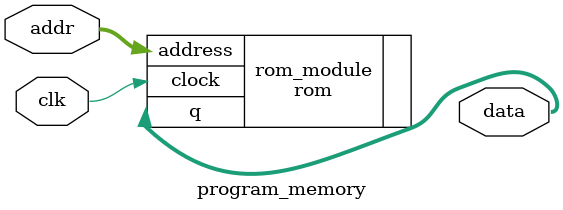
<source format=v>
module program_memory(
	input clk,
	input [7:0] addr,
	output [7:0] data);
	
	rom rom_module(.address(addr), .clock(clk), .q(data));
	
endmodule

</source>
